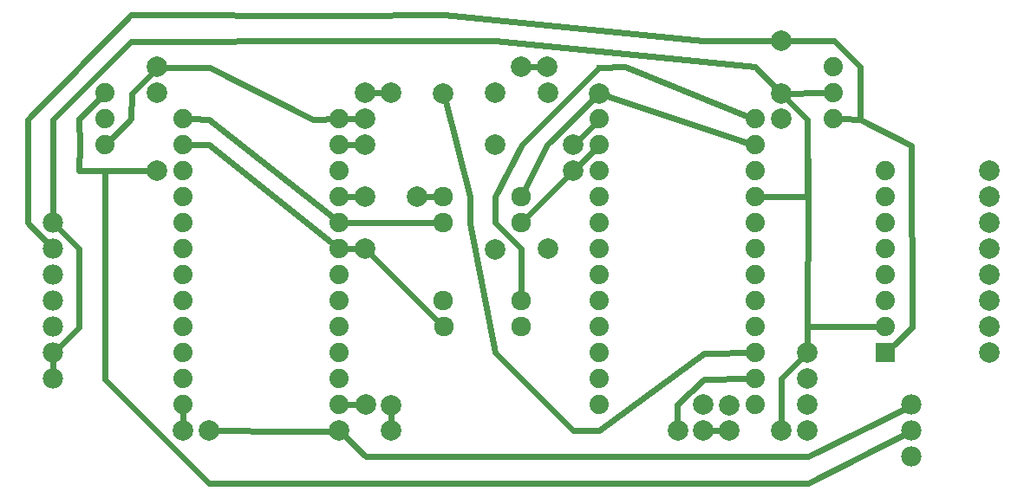
<source format=gbr>
G04*
G04 GERBER (RE)GENERATED BY FLATCAM v8.994 - www.flatcam.org - Version Date: 2020/11/7*
G04 Filename: PCB_PCB1_854475050_copperTop.gtl_edit_2.GBR_8.GBR_1.gbr_1*
G04 Created on : Tuesday, 23 March 2021 at 19:26*
G04*
G04 RS-274X GERBER GENERATED BY FLATCAM v8.994 - www.flatcam.org - Version Date: 2020/11/7*
G04 Filename: PCB_PCB1_854475050_copperTop.gtl_edit_2.GBR_8.GBR_1.gbr_1*
G04 Created on : Tuesday, 23 March 2021 at 19:25*
%FSLAX24Y24*%
%MOIN*%
%ADD10C,0.07399940800177598*%
%ADD11C,0.077999376001872*%
%ADD12C,0.075666394665816*%
%ADD13C,0.07569439444181668*%
%ADD14C,0.03936968504094488*%
%ADD17R,0.07399940800177598X0.07399940800177598*%
%ADD18C,0.023999808000575995*%
%ADD19C,0.07873968504031496*%
%ADD21C,0.07874*%
%ADD23C,0.07874*%

G70*
G90*
G01*
%LPD*%
D10*
X22610Y15210D03*
X22610Y14210D03*
X22610Y13210D03*
X22610Y12210D03*
X22610Y11210D03*
X22610Y10210D03*
X22610Y09210D03*
X22610Y08210D03*
X22610Y07210D03*
X22610Y06210D03*
X22610Y05210D03*
X22610Y04210D03*
X28610Y04210D03*
X28610Y05210D03*
X28610Y06210D03*
X28610Y07210D03*
X28610Y08210D03*
X28610Y09210D03*
X28610Y10210D03*
X28610Y11210D03*
X28610Y12210D03*
X28610Y13210D03*
X28610Y14210D03*
X28610Y15210D03*
X22610Y15210D03*
X22610Y14210D03*
X22610Y13210D03*
X22610Y12210D03*
X22610Y11210D03*
X22610Y10210D03*
X22610Y09210D03*
X22610Y08210D03*
X22610Y07210D03*
X22610Y06210D03*
X22610Y05210D03*
X22610Y04210D03*
X28610Y04210D03*
X28610Y05210D03*
X28610Y06210D03*
X28610Y07210D03*
X28610Y08210D03*
X28610Y09210D03*
X28610Y10210D03*
X28610Y11210D03*
X28610Y12210D03*
X28610Y13210D03*
X28610Y14210D03*
X28610Y15210D03*
X03610Y14210D03*
X03610Y15210D03*
X03610Y16210D03*
X03610Y14210D03*
X03610Y15210D03*
X03610Y16210D03*
X31610Y15210D03*
X31610Y16210D03*
X31610Y17210D03*
X31610Y15210D03*
X31610Y16210D03*
X31610Y17210D03*
X06610Y15210D03*
X06610Y14210D03*
X06610Y13210D03*
X06610Y12210D03*
X06610Y11210D03*
X06610Y10210D03*
X06610Y09210D03*
X06610Y08210D03*
X06610Y07210D03*
X06610Y06210D03*
X06610Y05210D03*
X06610Y04210D03*
X12610Y04210D03*
X12610Y05210D03*
X12610Y06210D03*
X12610Y07210D03*
X12610Y08210D03*
X12610Y09210D03*
X12610Y10210D03*
X12610Y11210D03*
X12610Y12210D03*
X12610Y13210D03*
X12610Y14210D03*
X12610Y15210D03*
X06610Y15210D03*
X06610Y14210D03*
X06610Y13210D03*
X06610Y12210D03*
X06610Y11210D03*
X06610Y10210D03*
X06610Y09210D03*
X06610Y08210D03*
X06610Y07210D03*
X06610Y06210D03*
X06610Y05210D03*
X06610Y04210D03*
X12610Y04210D03*
X12610Y05210D03*
X12610Y06210D03*
X12610Y07210D03*
X12610Y08210D03*
X12610Y09210D03*
X12610Y10210D03*
X12610Y11210D03*
X12610Y12210D03*
X12610Y13210D03*
X12610Y14210D03*
X12610Y15210D03*
X33610Y07210D03*
X33610Y08210D03*
X33610Y09210D03*
X33610Y10210D03*
X33610Y11210D03*
X33610Y12210D03*
X33610Y13210D03*
X33610Y07210D03*
X33610Y08210D03*
X33610Y09210D03*
X33610Y10210D03*
X33610Y11210D03*
X33610Y12210D03*
X33610Y13210D03*
D11*
X01610Y05210D03*
X01610Y06210D03*
X01610Y07210D03*
X01610Y08210D03*
X01610Y09210D03*
X01610Y10210D03*
X01610Y11210D03*
X34610Y04210D03*
X34610Y03210D03*
X34610Y02210D03*
D12*
X19610Y07210D03*
X16620Y07210D03*
X16610Y12210D03*
X19600Y12210D03*
D13*
X19610Y08210D03*
X16610Y08210D03*
X16610Y11210D03*
X19610Y11210D03*
D14*
X15610Y12210D03*
X13610Y15210D03*
X05610Y13210D03*
X18610Y14220D03*
X13610Y14210D03*
X13610Y12210D03*
X07610Y03210D03*
X12610Y03210D03*
X06610Y03210D03*
X05610Y17210D03*
X13610Y04210D03*
X05610Y16210D03*
X21610Y13210D03*
X30610Y03210D03*
X29610Y03210D03*
X27610Y03210D03*
X30610Y06210D03*
X26610Y03210D03*
X25610Y03210D03*
X30610Y05210D03*
X30610Y04210D03*
X26610Y04210D03*
X27610Y04210D03*
X37610Y13210D03*
X37610Y07210D03*
X37610Y11210D03*
X37610Y10210D03*
X37610Y09210D03*
X37610Y06210D03*
X37610Y12210D03*
X37610Y08210D03*
X21610Y14210D03*
X20610Y10210D03*
X18610Y10210D03*
X13610Y10210D03*
X14610Y03210D03*
X14610Y04210D03*
X20610Y16210D03*
X14610Y16210D03*
X13610Y16210D03*
X19610Y17210D03*
X20610Y17210D03*
X16610Y16210D03*
X18610Y16210D03*
X29610Y16210D03*
X29610Y15210D03*
X29610Y18210D03*
D17*
X33610Y06210D03*
X33610Y06210D03*
D18*
X11600Y15200D02*
X07620Y17200D01*
X12600Y15210D02*
X11600Y15200D01*
X04610Y15210D02*
X03830Y14430D01*
X04610Y15210D03*
X07620Y17200D02*
X05620Y17200D01*
X05620Y17200D02*
X04620Y16200D01*
X04620Y16200D02*
X04610Y15210D01*
X30620Y01200D02*
X07600Y01200D01*
X34620Y03210D02*
X30620Y01200D01*
X07600Y01200D02*
X03600Y05200D01*
X02610Y15210D02*
X03400Y15990D01*
X02610Y13210D02*
X02620Y14210D01*
X03620Y13210D02*
X02610Y13210D01*
X03610Y13220D02*
X03620Y13210D01*
X03600Y05200D02*
X03610Y13220D01*
X02620Y14210D02*
X02610Y15210D01*
X01610Y05910D02*
X01610Y05510D01*
X02600Y10210D02*
X02600Y07190D01*
X02600Y07190D02*
X01830Y06420D01*
X01830Y10990D02*
X02600Y10210D01*
X06610Y03900D02*
X06610Y03400D01*
X13420Y04210D02*
X12610Y04210D01*
X30620Y02210D02*
X34620Y04200D01*
X12750Y03070D02*
X13620Y02220D01*
X12630Y03190D02*
X10610Y03200D01*
X10610Y03200D02*
X07800Y03210D01*
X04610Y15210D02*
X03830Y14430D01*
X05620Y17200D02*
X04620Y16200D01*
X04620Y16200D02*
X04610Y15210D01*
X02620Y14210D03*
X03610Y13220D02*
X05420Y13210D01*
X02610Y13210D02*
X03620Y13210D01*
X02620Y14210D02*
X02610Y13210D01*
X03620Y13210D02*
X03610Y13220D01*
X03400Y15990D02*
X02610Y15210D01*
X02610Y15210D02*
X02620Y14210D01*
X06920Y15210D02*
X07610Y15200D01*
X07610Y15200D02*
X12620Y11210D01*
X12620Y11210D02*
X16330Y11210D01*
X15800Y12210D02*
X16330Y12210D01*
X12920Y12210D02*
X13420Y12210D01*
X12920Y15210D02*
X13420Y15210D01*
X13420Y14210D02*
X12920Y14210D01*
X20610Y14210D02*
X19610Y12220D01*
X22610Y16200D02*
X20610Y14210D01*
X22610Y16190D02*
X22610Y16200D01*
X22620Y16200D02*
X22610Y16190D01*
X28610Y14190D02*
X22620Y16200D01*
X23610Y17210D02*
X22610Y17200D01*
X28610Y15190D02*
X23610Y17210D01*
X22610Y17200D03*
X19610Y10210D02*
X19610Y08490D01*
X18610Y11220D02*
X19610Y10210D01*
X18610Y12220D02*
X18610Y11220D01*
X19620Y14210D02*
X18610Y12220D01*
X22610Y17200D02*
X19620Y14210D01*
X13600Y10210D02*
X16420Y07400D01*
X12610Y10210D02*
X13420Y10210D01*
X07600Y14220D02*
X12610Y10210D01*
X06920Y14210D02*
X07600Y14220D01*
X21750Y14340D02*
X22390Y14990D01*
X21610Y13210D02*
X22390Y13990D01*
X19610Y11210D02*
X21610Y13210D01*
X21750Y13340D02*
X22390Y13990D01*
X28610Y17220D02*
X28630Y17200D01*
X18590Y18220D02*
X28610Y17220D01*
X12620Y18220D02*
X18590Y18220D01*
X30610Y15200D02*
X30620Y12210D01*
X29600Y16190D02*
X30610Y15200D01*
X04610Y18200D02*
X12620Y18220D01*
X30620Y12210D02*
X28920Y12210D01*
X28630Y17200D02*
X29600Y16190D01*
X01610Y15200D02*
X04610Y18200D01*
X01610Y11510D02*
X01610Y15200D01*
X13620Y02220D02*
X30620Y02210D01*
X30610Y06210D02*
X30610Y07210D01*
X29610Y05210D02*
X30610Y06210D01*
X30610Y07210D02*
X33300Y07210D01*
X29610Y03400D02*
X29610Y05210D01*
X30620Y12210D02*
X28920Y12210D01*
X30610Y06210D02*
X30610Y07210D01*
X30610Y07210D02*
X33620Y07210D01*
X33620Y07210D02*
X30610Y07210D01*
X29610Y05210D02*
X30610Y06210D01*
X29610Y03400D02*
X29610Y05210D01*
X30610Y07210D02*
X30620Y12210D01*
X14610Y03400D02*
X14610Y04020D01*
X34610Y14200D02*
X32620Y15200D01*
X31920Y15210D02*
X32620Y15200D01*
X31620Y18210D02*
X29800Y18210D01*
X32620Y15200D02*
X32620Y17210D01*
X32620Y15200D02*
X34610Y14200D01*
X32620Y17210D02*
X31620Y18210D01*
X16620Y19210D02*
X12620Y19200D01*
X26590Y18210D02*
X16620Y19210D01*
X00620Y11220D02*
X01400Y10420D01*
X00620Y15200D02*
X00620Y11220D01*
X12620Y19200D02*
X04610Y19220D01*
X29420Y18210D02*
X26590Y18210D01*
X04610Y19220D02*
X00620Y15200D01*
X29610Y16200D02*
X31310Y16210D01*
X30610Y12210D02*
X30620Y12210D01*
X30610Y15200D02*
X30610Y12210D01*
X30620Y12210D02*
X28920Y12210D01*
X25610Y04210D02*
X26620Y05200D01*
X25610Y03400D02*
X25610Y04210D01*
X30610Y07210D02*
X30620Y12210D01*
X30620Y12210D02*
X28920Y12210D01*
X30610Y06400D02*
X30610Y07210D01*
X27420Y03210D02*
X26800Y03210D01*
X22610Y03210D02*
X26620Y06200D01*
X18610Y06210D02*
X21610Y03210D01*
X21610Y03210D02*
X22610Y03210D01*
X16660Y16020D02*
X17620Y12210D01*
X17620Y12210D02*
X17620Y11190D01*
X17620Y11190D02*
X18610Y06210D01*
X19800Y17210D02*
X20420Y17210D01*
X14420Y16210D02*
X13800Y16210D01*
X32620Y15200D02*
X31920Y15210D01*
X34610Y14200D02*
X32620Y15200D01*
X34620Y07200D02*
X34610Y14200D01*
X33900Y06490D02*
X34620Y07200D01*
X26620Y06200D02*
X28600Y06210D01*
X26620Y05200D02*
X28300Y05210D01*
D19*
X22607Y16191D03*
D21*
X20597Y17213D03*
X19600Y17207D03*
X20617Y16214D03*
X18601Y16220D03*
X29595Y18221D03*
X29607Y16199D03*
D23*
X29612Y15211D03*
X16611Y16206D03*
X14610Y16211D03*
X13612Y16211D03*
X13608Y15212D03*
X13609Y14213D03*
X13612Y12208D03*
X15608Y12208D03*
X18610Y14219D03*
X37611Y13210D03*
X37611Y12220D03*
X37611Y11212D03*
X37611Y10216D03*
X37608Y09211D03*
X37605Y08211D03*
X37612Y07213D03*
X37605Y06209D03*
X30604Y06208D03*
X30609Y05207D03*
X30607Y04209D03*
X30609Y03211D03*
X29609Y03214D03*
X27611Y04198D03*
X27607Y03207D03*
X26611Y03207D03*
X26606Y04212D03*
X25615Y03207D03*
X21610Y14208D03*
X21610Y13211D03*
X20614Y10209D03*
X18608Y10203D03*
X13609Y10207D03*
X05611Y17214D03*
X05611Y16210D03*
X05609Y13208D03*
X14611Y04205D03*
X14610Y03211D03*
X13615Y04210D03*
X12610Y03210D03*
X06610Y03207D03*
X07611Y03212D03*
M02*

</source>
